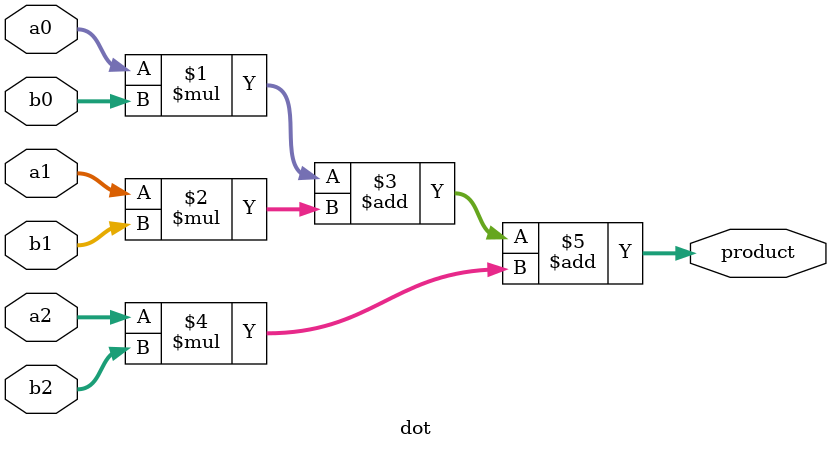
<source format=v>
`include "arithmetic.v"

module dot (

	input[4:0] a0, a1, a2, b0, b1, b2,
	output[8:0] product
);

assign product = (a0*b0) + (a1*b1) + (a2*b2);

endmodule
</source>
